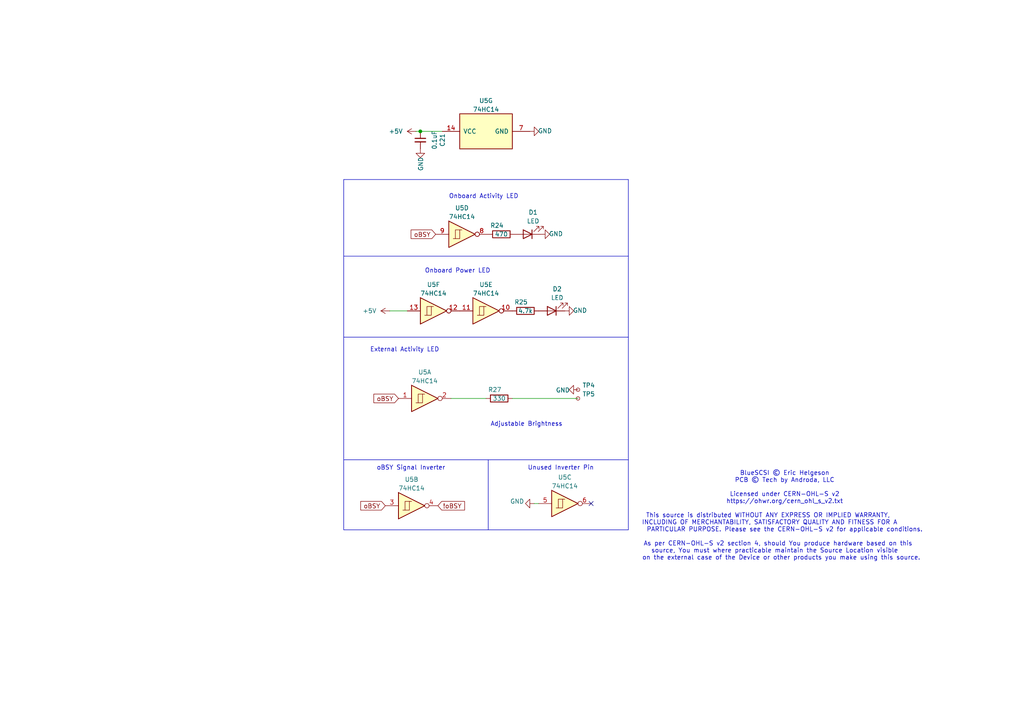
<source format=kicad_sch>
(kicad_sch (version 20231120) (generator "eeschema") (generator_version "8.0")
  (paper "A4")
  (title_block (title "BlueSCSI V2, Desktop 50 Pin, Top Connector, 2023.10a") (date "October 2023") (rev "1") (company "Tech by Androda, LLC"))
  (lib_symbols
    (symbol "74xx:74HC14" (pin_names (offset 1.016))
      (property "Reference" "U" (at 0 1.27 0))
      (property "Value" "74HC14" (at 0 -1.27 0))
      (symbol "74HC14_1_0"
        (polyline (pts (xy -3.81 3.81) (xy -3.81 -3.81) (xy 3.81 0) (xy -3.81 3.81)) (stroke (width 0.254)) (fill (type background)))
        (pin input line (at -7.62 0 0) (length 3.81) (name "~") (number "1"))
        (pin output inverted (at 7.62 0 180) (length 3.81) (name "~") (number "2"))
      )
      (symbol "74HC14_1_1"
        (polyline (pts (xy -1.905 -1.27) (xy -1.905 1.27) (xy -0.635 1.27)))
        (polyline (pts (xy -2.54 -1.27) (xy -0.635 -1.27) (xy -0.635 1.27) (xy 0 1.27)))
      )
      (symbol "74HC14_2_0"
        (polyline (pts (xy -3.81 3.81) (xy -3.81 -3.81) (xy 3.81 0) (xy -3.81 3.81)) (stroke (width 0.254)) (fill (type background)))
        (pin input line (at -7.62 0 0) (length 3.81) (name "~") (number "3"))
        (pin output inverted (at 7.62 0 180) (length 3.81) (name "~") (number "4"))
      )
      (symbol "74HC14_2_1"
        (polyline (pts (xy -1.905 -1.27) (xy -1.905 1.27) (xy -0.635 1.27)))
        (polyline (pts (xy -2.54 -1.27) (xy -0.635 -1.27) (xy -0.635 1.27) (xy 0 1.27)))
      )
      (symbol "74HC14_3_0"
        (polyline (pts (xy -3.81 3.81) (xy -3.81 -3.81) (xy 3.81 0) (xy -3.81 3.81)) (stroke (width 0.254)) (fill (type background)))
        (pin input line (at -7.62 0 0) (length 3.81) (name "~") (number "5"))
        (pin output inverted (at 7.62 0 180) (length 3.81) (name "~") (number "6"))
      )
      (symbol "74HC14_3_1"
        (polyline (pts (xy -1.905 -1.27) (xy -1.905 1.27) (xy -0.635 1.27)))
        (polyline (pts (xy -2.54 -1.27) (xy -0.635 -1.27) (xy -0.635 1.27) (xy 0 1.27)))
      )
      (symbol "74HC14_4_0"
        (polyline (pts (xy -3.81 3.81) (xy -3.81 -3.81) (xy 3.81 0) (xy -3.81 3.81)) (stroke (width 0.254)) (fill (type background)))
        (pin output inverted (at 7.62 0 180) (length 3.81) (name "~") (number "8"))
        (pin input line (at -7.62 0 0) (length 3.81) (name "~") (number "9"))
      )
      (symbol "74HC14_4_1"
        (polyline (pts (xy -1.905 -1.27) (xy -1.905 1.27) (xy -0.635 1.27)))
        (polyline (pts (xy -2.54 -1.27) (xy -0.635 -1.27) (xy -0.635 1.27) (xy 0 1.27)))
      )
      (symbol "74HC14_5_0"
        (polyline (pts (xy -3.81 3.81) (xy -3.81 -3.81) (xy 3.81 0) (xy -3.81 3.81)) (stroke (width 0.254)) (fill (type background)))
        (pin output inverted (at 7.62 0 180) (length 3.81) (name "~") (number "10"))
        (pin input line (at -7.62 0 0) (length 3.81) (name "~") (number "11"))
      )
      (symbol "74HC14_5_1"
        (polyline (pts (xy -1.905 -1.27) (xy -1.905 1.27) (xy -0.635 1.27)))
        (polyline (pts (xy -2.54 -1.27) (xy -0.635 -1.27) (xy -0.635 1.27) (xy 0 1.27)))
      )
      (symbol "74HC14_6_0"
        (polyline (pts (xy -3.81 3.81) (xy -3.81 -3.81) (xy 3.81 0) (xy -3.81 3.81)) (stroke (width 0.254)) (fill (type background)))
        (pin output inverted (at 7.62 0 180) (length 3.81) (name "~") (number "12"))
        (pin input line (at -7.62 0 0) (length 3.81) (name "~") (number "13"))
      )
      (symbol "74HC14_6_1"
        (polyline (pts (xy -1.905 -1.27) (xy -1.905 1.27) (xy -0.635 1.27)))
        (polyline (pts (xy -2.54 -1.27) (xy -0.635 -1.27) (xy -0.635 1.27) (xy 0 1.27)))
      )
      (symbol "74HC14_7_0"
        (pin power_in line (at 0 12.7 270) (length 5.08) (name "VCC") (number "14"))
        (pin power_in line (at 0 -12.7 90) (length 5.08) (name "GND") (number "7"))
      )
      (symbol "74HC14_7_1"
        (rectangle (start -5.08 7.62) (end 5.08 -7.62) (stroke (width 0.254)) (fill (type background)))
      )
    )
    (symbol "Connector:TestPoint_Small" (pin_numbers hide) (pin_names (offset 0.762) hide)
      (property "Reference" "TP" (at 0 3.81 0))
      (property "Value" "TestPoint_Small" (at 0 2.032 0))
      (symbol "TestPoint_Small_0_1"
        (circle (center 0 0) (radius 0.508))
      )
      (symbol "TestPoint_Small_1_1"
        (pin passive line (at 0 0 90) (length 0) (name "1") (number "1"))
      )
    )
    (symbol "Device:C_Small" (pin_numbers hide) (pin_names (offset 0.254) hide)
      (property "Reference" "C" (at 0.254 1.778 0))
      (property "Value" "C_Small" (at 0.254 -2.032 0))
      (symbol "C_Small_0_1"
        (polyline (pts (xy -1.524 -0.508) (xy 1.524 -0.508)) (stroke (width 0.3302)))
        (polyline (pts (xy -1.524 0.508) (xy 1.524 0.508)) (stroke (width 0.3048)))
      )
      (symbol "C_Small_1_1"
        (pin passive line (at 0 2.54 270) (length 2.032) (name "~") (number "1"))
        (pin passive line (at 0 -2.54 90) (length 2.032) (name "~") (number "2"))
      )
    )
    (symbol "Device:LED" (pin_numbers hide) (pin_names (offset 1.016) hide)
      (property "Reference" "D" (at 0 2.54 0))
      (property "Value" "LED" (at 0 -2.54 0))
      (symbol "LED_0_1"
        (polyline (pts (xy -1.27 -1.27) (xy -1.27 1.27)) (stroke (width 0.254)))
        (polyline (pts (xy -1.27 0) (xy 1.27 0)))
        (polyline (pts (xy 1.27 -1.27) (xy 1.27 1.27) (xy -1.27 0) (xy 1.27 -1.27)) (stroke (width 0.254)))
        (polyline (pts (xy -3.048 -0.762) (xy -4.572 -2.286) (xy -3.81 -2.286) (xy -4.572 -2.286) (xy -4.572 -1.524)))
        (polyline (pts (xy -1.778 -0.762) (xy -3.302 -2.286) (xy -2.54 -2.286) (xy -3.302 -2.286) (xy -3.302 -1.524)))
      )
      (symbol "LED_1_1"
        (pin passive line (at -3.81 0 0) (length 2.54) (name "K") (number "1"))
        (pin passive line (at 3.81 0 180) (length 2.54) (name "A") (number "2"))
      )
    )
    (symbol "Device:R" (pin_numbers hide) (pin_names (offset 0))
      (property "Reference" "R" (at 2.032 0 90))
      (property "Value" "R" (at 0 0 90))
      (symbol "R_0_1"
        (rectangle (start -1.016 -2.54) (end 1.016 2.54) (stroke (width 0.254)))
      )
      (symbol "R_1_1"
        (pin passive line (at 0 3.81 270) (length 1.27) (name "~") (number "1"))
        (pin passive line (at 0 -3.81 90) (length 1.27) (name "~") (number "2"))
      )
    )
    (symbol "power:+5V" (power) (pin_numbers hide) (pin_names (offset 0) hide)
      (property "Value" "+5V" (at 0 3.556 0))
      (symbol "+5V_0_1"
        (polyline (pts (xy -0.762 1.27) (xy 0 2.54)))
        (polyline (pts (xy 0 0) (xy 0 2.54)))
        (polyline (pts (xy 0 2.54) (xy 0.762 1.27)))
      )
      (symbol "+5V_1_1"
        (pin power_in line (at 0 0 90) (length 0) (name "~") (number "1"))
      )
    )
    (symbol "power:GND" (power) (pin_names (offset 0))
      (property "Value" "GND" (at 0 -3.81 0))
      (symbol "GND_0_1"
        (polyline (pts (xy 0 0) (xy 0 -1.27) (xy 1.27 -1.27) (xy 0 -2.54) (xy -1.27 -1.27) (xy 0 -1.27)))
      )
      (symbol "GND_1_1"
        (pin power_in line (at 0 0 270) (length 0) hide (name "GND") (number "1"))
      )
    )
  )
  (junction (at 121.92 38.1))
  (no_connect (at 171.45 146.05))
  (polyline (pts (xy 182.245 97.79) (xy 99.695 97.79)))
  (wire (pts (xy 113.03 90.17) (xy 118.11 90.17)))
  (polyline (pts (xy 182.245 133.35) (xy 182.245 97.79)))
  (wire (pts (xy 148.59 115.57) (xy 167.64 115.57)))
  (polyline (pts (xy 182.245 52.07) (xy 182.245 74.295)))
  (wire (pts (xy 130.81 115.57) (xy 140.97 115.57)))
  (polyline (pts (xy 99.695 52.07) (xy 99.695 153.67)))
  (polyline (pts (xy 182.245 97.79) (xy 182.245 74.295)))
  (wire (pts (xy 154.94 146.05) (xy 156.21 146.05)))
  (wire (pts (xy 121.92 38.1) (xy 128.27 38.1)))
  (polyline (pts (xy 99.695 52.07) (xy 182.245 52.07)))
  (polyline (pts (xy 99.695 133.35) (xy 182.245 133.35)))
  (polyline (pts (xy 182.245 153.67) (xy 182.245 133.35)))
  (polyline (pts (xy 141.605 133.35) (xy 141.605 153.67)))
  (wire (pts (xy 120.65 38.1) (xy 121.92 38.1)))
  (polyline (pts (xy 99.695 153.67) (xy 182.245 153.67)))
  (polyline (pts (xy 182.245 74.295) (xy 99.695 74.295)))
  (text "Onboard Power LED" (at 123.19 79.375 0) (effects (font (size 1.27 1.27)) (justify left bottom)))
  (text "Unused Inverter Pin" (at 153.035 136.525 0) (effects (font (size 1.27 1.27)) (justify left bottom)))
  (text "oBSY Signal Inverter" (at 109.22 136.525 0) (effects (font (size 1.27 1.27)) (justify left bottom)))
  (text "Onboard Activity LED" (at 130.175 57.785 0) (effects (font (size 1.27 1.27)) (justify left bottom)))
  (text "BlueSCSI © Eric Helgeson\nPCB © Tech by Androda, LLC\n\nLicensed under CERN-OHL-S v2\nhttps://ohwr.org/cern_ohl_s_v2.txt\n\nThis source is distributed WITHOUT ANY EXPRESS OR IMPLIED WARRANTY,          \nINCLUDING OF MERCHANTABILITY, SATISFACTORY QUALITY AND FITNESS FOR A         \nPARTICULAR PURPOSE. Please see the CERN-OHL-S v2 for applicable conditions.\n\nAs per CERN-OHL-S v2 section 4, should You produce hardware based on this    \nsource, You must where practicable maintain the Source Location visible      \non the external case of the Device or other products you make using this source.  \n" (at 227.584 149.606 0) (effects (font (size 1.27 1.27))))
  (text "Adjustable Brightness" (at 142.24 123.825 0) (effects (font (size 1.27 1.27)) (justify left bottom)))
  (text "External Activity LED" (at 107.315 102.235 0) (effects (font (size 1.27 1.27)) (justify left bottom)))
  (global_label "oBSY" (shape input) (at 126.365 67.945 180) (property "Intersheetrefs" "${INTERSHEET_REFS}" (effects (hide yes))))
  (global_label "!oBSY" (shape input) (at 127 146.685 0) (property "Intersheetrefs" "${INTERSHEET_REFS}" (effects (hide yes))))
  (global_label "oBSY" (shape input) (at 111.76 146.685 180) (property "Intersheetrefs" "${INTERSHEET_REFS}" (effects (hide yes))))
  (global_label "oBSY" (shape input) (at 115.57 115.57 180) (property "Intersheetrefs" "${INTERSHEET_REFS}" (effects (hide yes))))
  (symbol (lib_id "Device:R") (at 144.78 115.57 90) (unit 1)
    (property "Reference" "R27" (at 143.51 113.03 90))
    (property "Value" "330" (at 144.78 115.57 90))
    (property "Footprint" "Resistor_SMD:R_0402_1005Metric" (effects (hide yes)))
    (property "LCSC" "C25104" (effects (hide yes)))
  )
  (symbol (lib_id "power:GND") (at 153.67 38.1 90) (unit 1)
    (property "Reference" "#PWR036" (effects (hide yes)))
    (property "Value" "GND" (at 158.0642 37.973 90))
  )
  (symbol (lib_id "74xx:74HC14") (at 133.985 67.945 0) (unit 4)
    (property "Reference" "U5" (at 133.985 60.325 0))
    (property "Value" "74HC14" (at 133.985 62.865 0))
    (property "Footprint" "Package_SO:TSSOP-14_4.4x5mm_P0.65mm" (effects (hide yes)))
    (property "Datasheet" "http://www.ti.com/lit/gpn/sn74HC14" (effects (hide yes)))
    (property "LCSC" "C6821" (effects (hide yes)))
  )
  (symbol (lib_id "74xx:74HC14") (at 163.83 146.05 0) (unit 3)
    (property "Reference" "U5" (at 163.83 138.43 0))
    (property "Value" "74HC14" (at 163.83 140.97 0))
    (property "Footprint" "Package_SO:TSSOP-14_4.4x5mm_P0.65mm" (effects (hide yes)))
    (property "Datasheet" "http://www.ti.com/lit/gpn/sn74HC14" (effects (hide yes)))
    (property "LCSC" "C6821" (effects (hide yes)))
  )
  (symbol (lib_id "power:+5V") (at 120.65 38.1 90) (unit 1)
    (property "Reference" "#PWR035" (effects (hide yes)))
    (property "Value" "+5V" (at 116.84 38.0999 90) (effects (justify left)))
    (property "Description" "Power symbol creates a global label with name \"+5V\"" (effects (hide yes)))
  )
  (symbol (lib_id "Device:C_Small") (at 121.92 40.64 0) (unit 1)
    (property "Reference" "C21" (at 128.3208 40.64 90))
    (property "Value" "0.1uF" (at 126.0094 40.64 90))
    (property "Footprint" "Capacitor_SMD:C_0402_1005Metric" (effects (hide yes)))
    (property "Description" "Unpolarized capacitor, small symbol" (effects (hide yes)))
    (property "LCSC" "C307331" (effects (hide yes)))
  )
  (symbol (lib_id "power:GND") (at 121.92 43.18 0) (unit 1)
    (property "Reference" "#PWR081" (effects (hide yes)))
    (property "Value" "GND" (at 122.047 47.5742 90))
  )
  (symbol (lib_id "power:+5V") (at 113.03 90.17 90) (unit 1)
    (property "Reference" "#PWR038" (effects (hide yes)))
    (property "Value" "+5V" (at 109.22 90.1699 90) (effects (justify left)))
    (property "Description" "Power symbol creates a global label with name \"+5V\"" (effects (hide yes)))
  )
  (symbol (lib_id "74xx:74HC14") (at 125.73 90.17 0) (unit 6)
    (property "Reference" "U5" (at 125.73 82.55 0))
    (property "Value" "74HC14" (at 125.73 85.09 0))
    (property "Footprint" "Package_SO:TSSOP-14_4.4x5mm_P0.65mm" (effects (hide yes)))
    (property "Datasheet" "http://www.ti.com/lit/gpn/sn74HC14" (effects (hide yes)))
    (property "LCSC" "C6821" (effects (hide yes)))
  )
  (symbol (lib_id "Device:R") (at 152.4 90.17 90) (unit 1)
    (property "Reference" "R25" (at 151.13 87.63 90))
    (property "Value" "4.7k" (at 152.4 90.17 90))
    (property "Footprint" "Resistor_SMD:R_0402_1005Metric" (effects (hide yes)))
    (property "LCSC" "C25900" (effects (hide yes)))
  )
  (symbol (lib_id "power:GND") (at 163.83 90.17 90) (unit 1)
    (property "Reference" "#PWR039" (effects (hide yes)))
    (property "Value" "GND" (at 168.2242 90.043 90))
  )
  (symbol (lib_id "74xx:74HC14") (at 123.19 115.57 0) (unit 1)
    (property "Reference" "U5" (at 123.19 107.95 0))
    (property "Value" "74HC14" (at 123.19 110.49 0))
    (property "Footprint" "Package_SO:TSSOP-14_4.4x5mm_P0.65mm" (effects (hide yes)))
    (property "Datasheet" "http://www.ti.com/lit/gpn/sn74HC14" (effects (hide yes)))
    (property "LCSC" "C6821" (effects (hide yes)))
  )
  (symbol (lib_id "Connector:TestPoint_Small") (at 167.64 115.57 180) (unit 1)
    (property "Reference" "TP5" (at 168.91 114.2999 0) (effects (justify right)))
    (property "Value" "TestPoint_Small" (effects (hide yes)))
    (property "Footprint" "TestPoint:TestPoint_Pad_D1.0mm" (effects (hide yes)))
    (property "Description" "test point" (effects (hide yes)))
  )
  (symbol (lib_id "74xx:74HC14") (at 140.97 38.1 90) (unit 7)
    (property "Reference" "U5" (at 140.97 29.21 90))
    (property "Value" "74HC14" (at 140.97 31.75 90))
    (property "Footprint" "Package_SO:TSSOP-14_4.4x5mm_P0.65mm" (effects (hide yes)))
    (property "Datasheet" "http://www.ti.com/lit/gpn/sn74HC14" (effects (hide yes)))
    (property "LCSC" "C6821" (effects (hide yes)))
  )
  (symbol (lib_id "Device:LED") (at 153.035 67.945 180) (unit 1)
    (property "Reference" "D1" (at 154.6225 61.595 0))
    (property "Value" "LED" (at 154.6225 64.135 0))
    (property "Footprint" "LED_SMD:LED_0805_2012Metric" (effects (hide yes)))
    (property "LCSC" "C2297" (effects (hide yes)))
  )
  (symbol (lib_id "power:GND") (at 154.94 146.05 270) (unit 1)
    (property "Reference" "#PWR042" (effects (hide yes)))
    (property "Value" "GND" (at 149.987 145.415 90))
  )
  (symbol (lib_id "Connector:TestPoint_Small") (at 167.64 113.03 180) (unit 1)
    (property "Reference" "TP4" (at 168.91 111.7599 0) (effects (justify right)))
    (property "Value" "TestPoint_Small" (effects (hide yes)))
    (property "Footprint" "TestPoint:TestPoint_Pad_D1.0mm" (effects (hide yes)))
    (property "Description" "test point" (effects (hide yes)))
  )
  (symbol (lib_id "74xx:74HC14") (at 119.38 146.685 0) (unit 2)
    (property "Reference" "U5" (at 119.38 139.065 0))
    (property "Value" "74HC14" (at 119.38 141.605 0))
    (property "Footprint" "Package_SO:TSSOP-14_4.4x5mm_P0.65mm" (effects (hide yes)))
    (property "Datasheet" "http://www.ti.com/lit/gpn/sn74HC14" (effects (hide yes)))
    (property "LCSC" "C6821" (effects (hide yes)))
  )
  (symbol (lib_id "Device:LED") (at 160.02 90.17 180) (unit 1)
    (property "Reference" "D2" (at 161.6075 83.82 0))
    (property "Value" "LED" (at 161.6075 86.36 0))
    (property "Footprint" "LED_SMD:LED_0805_2012Metric" (effects (hide yes)))
    (property "LCSC" "C2297" (effects (hide yes)))
  )
  (symbol (lib_id "Device:R") (at 145.415 67.945 90) (unit 1)
    (property "Reference" "R24" (at 144.145 65.405 90))
    (property "Value" "470" (at 145.415 67.945 90))
    (property "Footprint" "Resistor_SMD:R_0402_1005Metric" (effects (hide yes)))
    (property "LCSC" "C25117" (effects (hide yes)))
  )
  (symbol (lib_id "power:GND") (at 156.845 67.945 90) (unit 1)
    (property "Reference" "#PWR037" (effects (hide yes)))
    (property "Value" "GND" (at 161.2392 67.818 90))
  )
  (symbol (lib_id "74xx:74HC14") (at 140.97 90.17 0) (unit 5)
    (property "Reference" "U5" (at 140.97 82.55 0))
    (property "Value" "74HC14" (at 140.97 85.09 0))
    (property "Footprint" "Package_SO:TSSOP-14_4.4x5mm_P0.65mm" (effects (hide yes)))
    (property "Datasheet" "http://www.ti.com/lit/gpn/sn74HC14" (effects (hide yes)))
    (property "LCSC" "C6821" (effects (hide yes)))
  )
  (symbol (lib_id "power:GND") (at 167.64 113.03 270) (unit 1)
    (property "Reference" "#PWR040" (effects (hide yes)))
    (property "Value" "GND" (at 163.2458 113.157 90))
  )
)
</source>
